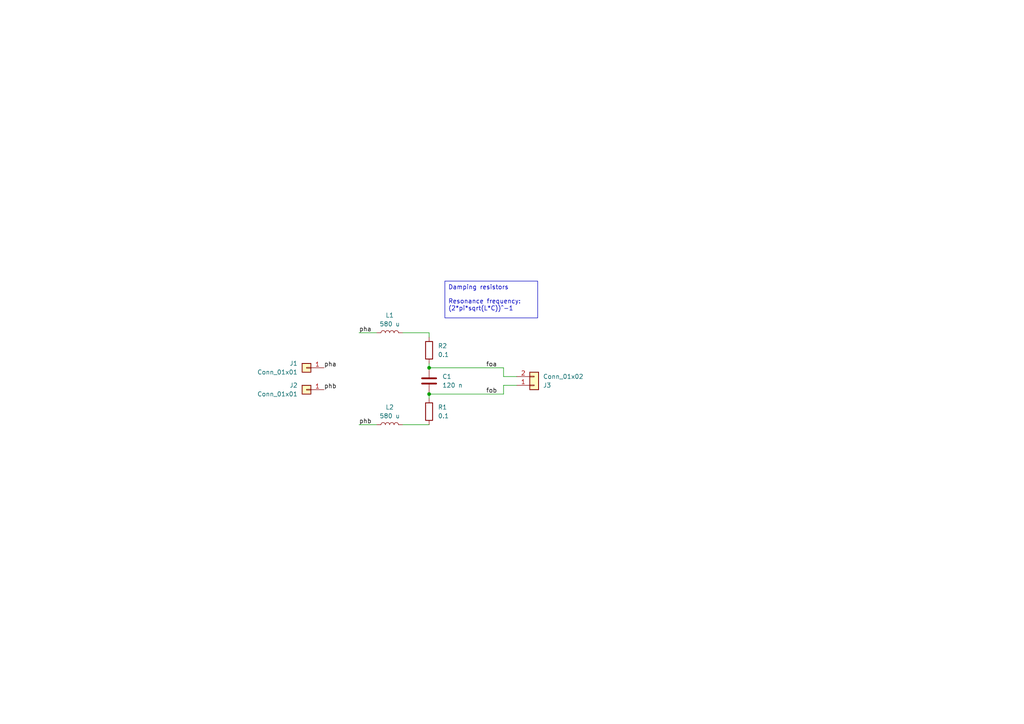
<source format=kicad_sch>
(kicad_sch (version 20231120) (generator "eeschema") (generator_version "8.0")
  (paper "A4")
  (lib_symbols
    (symbol "Connector_Generic:Conn_01x02" (pin_names (offset 1.016) hide)
      (property "Reference" "J" (at 0 2.54 0))
      (property "Value" "Conn_01x02" (at 0 -5.08 0))
      (symbol "Conn_01x02_1_1"
        (rectangle (start -1.27 -2.413) (end 0 -2.667) (stroke (width 0.1524)))
        (rectangle (start -1.27 0.127) (end 0 -0.127) (stroke (width 0.1524)))
        (rectangle (start -1.27 1.27) (end 1.27 -3.81) (stroke (width 0.254)) (fill (type background)))
        (pin passive line (at -5.08 0 0) (length 3.81) (name "Pin_1") (number "1"))
        (pin passive line (at -5.08 -2.54 0) (length 3.81) (name "Pin_2") (number "2"))
      )
    )
    (symbol "Device:C" (pin_numbers hide) (pin_names (offset 0.254))
      (property "Reference" "C" (at 0.635 2.54 0))
      (property "Value" "C" (at 0.635 -2.54 0))
      (symbol "C_0_1"
        (polyline (pts (xy -2.032 -0.762) (xy 2.032 -0.762)) (stroke (width 0.508)))
        (polyline (pts (xy -2.032 0.762) (xy 2.032 0.762)) (stroke (width 0.508)))
      )
      (symbol "C_1_1"
        (pin passive line (at 0 3.81 270) (length 2.794) (name "~") (number "1"))
        (pin passive line (at 0 -3.81 90) (length 2.794) (name "~") (number "2"))
      )
    )
    (symbol "Device:L" (pin_numbers hide) (pin_names (offset 1.016) hide)
      (property "Reference" "L" (at -1.27 0 90))
      (property "Value" "L" (at 1.905 0 90))
      (symbol "L_0_1"
        (arc (start 0 -2.54) (mid 0.6323 -1.905) (end 0 -1.27))
        (arc (start 0 -1.27) (mid 0.6323 -0.635) (end 0 0))
        (arc (start 0 0) (mid 0.6323 0.635) (end 0 1.27))
        (arc (start 0 1.27) (mid 0.6323 1.905) (end 0 2.54))
      )
      (symbol "L_1_1"
        (pin passive line (at 0 3.81 270) (length 1.27) (name "1") (number "1"))
        (pin passive line (at 0 -3.81 90) (length 1.27) (name "2") (number "2"))
      )
    )
    (symbol "Device:R" (pin_numbers hide) (pin_names (offset 0))
      (property "Reference" "R" (at 2.032 0 90))
      (property "Value" "R" (at 0 0 90))
      (symbol "R_0_1"
        (rectangle (start -1.016 -2.54) (end 1.016 2.54) (stroke (width 0.254)))
      )
      (symbol "R_1_1"
        (pin passive line (at 0 3.81 270) (length 1.27) (name "~") (number "1"))
        (pin passive line (at 0 -3.81 90) (length 1.27) (name "~") (number "2"))
      )
    )
    (symbol "HalfBridge_SiC:Conn_01x01" (pin_names (offset 1.016) hide)
      (property "Reference" "J" (at 0 2.54 0))
      (property "Value" "Conn_01x01" (at 0 -2.54 0))
      (symbol "Conn_01x01_1_1"
        (rectangle (start -1.27 0.127) (end 0 -0.127) (stroke (width 0.1524)))
        (rectangle (start -1.27 1.27) (end 1.27 -1.27) (stroke (width 0.254)) (fill (type background)))
        (pin passive line (at -5.08 0 0) (length 3.81) (name "Pin_1") (number "1"))
      )
    )
  )
  (junction (at 124.46 114.3))
  (junction (at 124.46 106.68))
  (wire (pts (xy 124.46 105.41) (xy 124.46 106.68)))
  (wire (pts (xy 116.84 96.52) (xy 124.46 96.52)))
  (wire (pts (xy 124.46 114.3) (xy 124.46 115.57)))
  (wire (pts (xy 116.84 123.19) (xy 124.46 123.19)))
  (wire (pts (xy 104.14 123.19) (xy 109.22 123.19)))
  (wire (pts (xy 124.46 96.52) (xy 124.46 97.79)))
  (wire (pts (xy 124.46 114.3) (xy 146.05 114.3)))
  (wire (pts (xy 146.05 111.76) (xy 149.86 111.76)))
  (wire (pts (xy 124.46 106.68) (xy 146.05 106.68)))
  (wire (pts (xy 146.05 109.22) (xy 149.86 109.22)))
  (wire (pts (xy 104.14 96.52) (xy 109.22 96.52)))
  (wire (pts (xy 146.05 111.76) (xy 146.05 114.3)))
  (wire (pts (xy 146.05 109.22) (xy 146.05 106.68)))
  (text_box "Damping resistors\n\nResonance frequency: (2*pi*sqrt(L*C))^-1" (at 129.032 81.534 0) (size 26.924 10.668) (effects (font (size 1.27 1.27)) (justify left top)))
  (label "phb" (at 104.14 123.19 0))
  (label "pha" (at 104.14 96.52 0))
  (label "phb" (at 93.98 113.03 0))
  (label "fob" (at 140.97 114.3 0))
  (label "pha" (at 93.98 106.68 0))
  (label "foa" (at 140.97 106.68 0))
  (symbol (lib_id "Connector_Generic:Conn_01x02") (at 154.94 111.76 0) (mirror x) (unit 1)
    (property "Reference" "J3" (at 157.48 111.7601 0) (effects (justify left)))
    (property "Value" "Conn_01x02" (at 157.48 109.2201 0) (effects (justify left)))
    (property "Footprint" "Connector_Phoenix_SPT:PhoenixContact_SPT_5_2-H-7.5-ZB_1x02_P7.5mm_Horizontal" (effects (hide yes)))
    (property "Description" "Generic connector, single row, 01x02, script generated (kicad-library-utils/schlib/autogen/connector/)" (effects (hide yes)))
  )
  (symbol (lib_id "Device:R") (at 124.46 101.6 0) (unit 1)
    (property "Reference" "R2" (at 127 100.3299 0) (effects (justify left)))
    (property "Value" "0.1" (at 127 102.8699 0) (effects (justify left)))
    (property "Footprint" "Resistor_THT:R_Axial_DIN0617_L17.0mm_D6.0mm_P25.40mm_Horizontal" (effects (hide yes)))
    (property "Description" "Resistor" (effects (hide yes)))
  )
  (symbol (lib_id "HalfBridge_SiC:Conn_01x01") (at 88.9 106.68 0) (mirror y) (unit 1)
    (property "Reference" "J1" (at 86.36 105.4099 0) (effects (justify left)))
    (property "Value" "Conn_01x01" (at 86.36 107.9499 0) (effects (justify left)))
    (property "Footprint" "My_Connector:WP_SMRA_7466303" (effects (hide yes)))
    (property "Description" "Generic connector, single row, 01x01, script generated (kicad-library-utils/schlib/autogen/connector/)" (effects (hide yes)))
    (property "Part #" "7466303" (effects (hide yes)))
  )
  (symbol (lib_id "Device:R") (at 124.46 119.38 0) (unit 1)
    (property "Reference" "R1" (at 127 118.1099 0) (effects (justify left)))
    (property "Value" "0.1" (at 127 120.6499 0) (effects (justify left)))
    (property "Footprint" "Resistor_THT:R_Axial_DIN0617_L17.0mm_D6.0mm_P25.40mm_Horizontal" (effects (hide yes)))
    (property "Description" "Resistor" (effects (hide yes)))
  )
  (symbol (lib_id "HalfBridge_SiC:Conn_01x01") (at 88.9 113.03 0) (mirror y) (unit 1)
    (property "Reference" "J2" (at 86.36 111.7599 0) (effects (justify left)))
    (property "Value" "Conn_01x01" (at 86.36 114.2999 0) (effects (justify left)))
    (property "Footprint" "My_Connector:WP_SMRA_7466303" (effects (hide yes)))
    (property "Description" "Generic connector, single row, 01x01, script generated (kicad-library-utils/schlib/autogen/connector/)" (effects (hide yes)))
    (property "Part #" "7466303" (effects (hide yes)))
  )
  (symbol (lib_id "Device:L") (at 113.03 96.52 90) (unit 1)
    (property "Reference" "L1" (at 113.03 91.44 90))
    (property "Value" "580 u" (at 113.03 93.98 90))
    (property "Footprint" "My_Inductor_THT:L_Wuerth_WE-TORPFC_Diameter72.0mm_760801203" (effects (hide yes)))
    (property "Description" "Inductor" (effects (hide yes)))
  )
  (symbol (lib_id "Device:L") (at 113.03 123.19 90) (unit 1)
    (property "Reference" "L2" (at 113.03 118.11 90))
    (property "Value" "580 u" (at 113.03 120.65 90))
    (property "Footprint" "My_Inductor_THT:L_Wuerth_WE-TORPFC_Diameter72.0mm_760801203" (effects (hide yes)))
    (property "Description" "Inductor" (effects (hide yes)))
  )
  (symbol (lib_id "Device:C") (at 124.46 110.49 0) (unit 1)
    (property "Reference" "C1" (at 128.27 109.2199 0) (effects (justify left)))
    (property "Value" "120 n" (at 128.27 111.7599 0) (effects (justify left)))
    (property "Footprint" "Capacitor_THT:C_Rect_L26.5mm_W11.5mm_P22.50mm_MKS4" (effects (hide yes)))
    (property "Description" "Unpolarized capacitor" (effects (hide yes)))
  )
)
</source>
